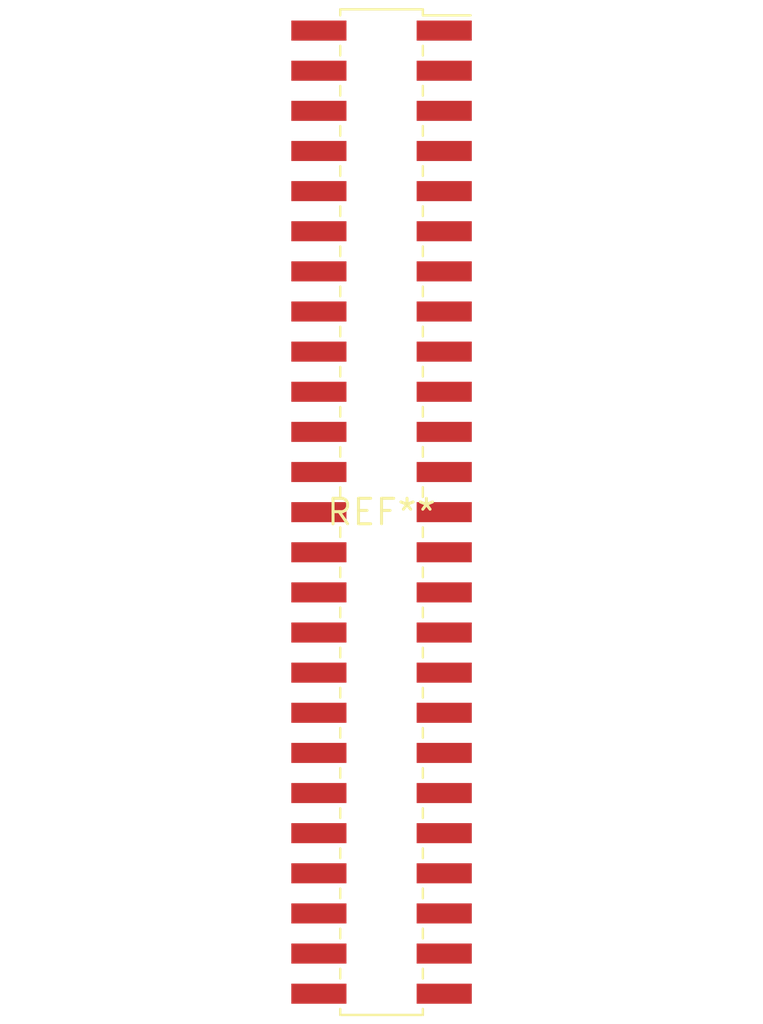
<source format=kicad_pcb>
(kicad_pcb (version 20240108) (generator pcbnew)
  (layers (0 "F.Cu" signal) (31 "B.Cu" signal) (34 "B.Paste" user) (35 "F.Paste" user) (36 "B.SilkS" user "B.Silkscreen") (37 "F.SilkS" user "F.Silkscreen") (38 "B.Mask" user) (39 "F.Mask" user) (44 "Edge.Cuts" user))
  (net 0 "")
  (footprint "PinSocket_2x25_P2.00mm_Vertical_SMD" (layer "F.Cu") (at 0 0)
    (property "Reference" "REF**")
    (property "Value" "PinSocket_2x25_P2.00mm_Vertical_SMD")
    (fp_line (start -2.06 -25.06) (end -2.06 -24.76) (layer "F.SilkS") (stroke (width 0.12)))
    (fp_line (start -2.06 -25.06) (end 2.06 -25.06) (layer "F.SilkS") (stroke (width 0.12)))
    (fp_line (start -2.06 -23.24) (end -2.06 -22.76) (layer "F.SilkS") (stroke (width 0.12)))
    (fp_line (start -2.06 -21.24) (end -2.06 -20.76) (layer "F.SilkS") (stroke (width 0.12)))
    (fp_line (start -2.06 -19.24) (end -2.06 -18.76) (layer "F.SilkS") (stroke (width 0.12)))
    (fp_line (start -2.06 -17.24) (end -2.06 -16.76) (layer "F.SilkS") (stroke (width 0.12)))
    (fp_line (start -2.06 -15.24) (end -2.06 -14.76) (layer "F.SilkS") (stroke (width 0.12)))
    (fp_line (start -2.06 -13.24) (end -2.06 -12.76) (layer "F.SilkS") (stroke (width 0.12)))
    (fp_line (start -2.06 -11.24) (end -2.06 -10.76) (layer "F.SilkS") (stroke (width 0.12)))
    (fp_line (start -2.06 -9.24) (end -2.06 -8.76) (layer "F.SilkS") (stroke (width 0.12)))
    (fp_line (start -2.06 -7.24) (end -2.06 -6.76) (layer "F.SilkS") (stroke (width 0.12)))
    (fp_line (start -2.06 -5.24) (end -2.06 -4.76) (layer "F.SilkS") (stroke (width 0.12)))
    (fp_line (start -2.06 -3.24) (end -2.06 -2.76) (layer "F.SilkS") (stroke (width 0.12)))
    (fp_line (start -2.06 -1.24) (end -2.06 -0.76) (layer "F.SilkS") (stroke (width 0.12)))
    (fp_line (start -2.06 0.76) (end -2.06 1.24) (layer "F.SilkS") (stroke (width 0.12)))
    (fp_line (start -2.06 2.76) (end -2.06 3.24) (layer "F.SilkS") (stroke (width 0.12)))
    (fp_line (start -2.06 4.76) (end -2.06 5.24) (layer "F.SilkS") (stroke (width 0.12)))
    (fp_line (start -2.06 6.76) (end -2.06 7.24) (layer "F.SilkS") (stroke (width 0.12)))
    (fp_line (start -2.06 8.76) (end -2.06 9.24) (layer "F.SilkS") (stroke (width 0.12)))
    (fp_line (start -2.06 10.76) (end -2.06 11.24) (layer "F.SilkS") (stroke (width 0.12)))
    (fp_line (start -2.06 12.76) (end -2.06 13.24) (layer "F.SilkS") (stroke (width 0.12)))
    (fp_line (start -2.06 14.76) (end -2.06 15.24) (layer "F.SilkS") (stroke (width 0.12)))
    (fp_line (start -2.06 16.76) (end -2.06 17.24) (layer "F.SilkS") (stroke (width 0.12)))
    (fp_line (start -2.06 18.76) (end -2.06 19.24) (layer "F.SilkS") (stroke (width 0.12)))
    (fp_line (start -2.06 20.76) (end -2.06 21.24) (layer "F.SilkS") (stroke (width 0.12)))
    (fp_line (start -2.06 22.76) (end -2.06 23.24) (layer "F.SilkS") (stroke (width 0.12)))
    (fp_line (start -2.06 24.76) (end -2.06 25.06) (layer "F.SilkS") (stroke (width 0.12)))
    (fp_line (start -2.06 25.06) (end 2.06 25.06) (layer "F.SilkS") (stroke (width 0.12)))
    (fp_line (start 2.06 -25.06) (end 2.06 -24.76) (layer "F.SilkS") (stroke (width 0.12)))
    (fp_line (start 2.06 -24.76) (end 4.44 -24.76) (layer "F.SilkS") (stroke (width 0.12)))
    (fp_line (start 2.06 -23.24) (end 2.06 -22.76) (layer "F.SilkS") (stroke (width 0.12)))
    (fp_line (start 2.06 -21.24) (end 2.06 -20.76) (layer "F.SilkS") (stroke (width 0.12)))
    (fp_line (start 2.06 -19.24) (end 2.06 -18.76) (layer "F.SilkS") (stroke (width 0.12)))
    (fp_line (start 2.06 -17.24) (end 2.06 -16.76) (layer "F.SilkS") (stroke (width 0.12)))
    (fp_line (start 2.06 -15.24) (end 2.06 -14.76) (layer "F.SilkS") (stroke (width 0.12)))
    (fp_line (start 2.06 -13.24) (end 2.06 -12.76) (layer "F.SilkS") (stroke (width 0.12)))
    (fp_line (start 2.06 -11.24) (end 2.06 -10.76) (layer "F.SilkS") (stroke (width 0.12)))
    (fp_line (start 2.06 -9.24) (end 2.06 -8.76) (layer "F.SilkS") (stroke (width 0.12)))
    (fp_line (start 2.06 -7.24) (end 2.06 -6.76) (layer "F.SilkS") (stroke (width 0.12)))
    (fp_line (start 2.06 -5.24) (end 2.06 -4.76) (layer "F.SilkS") (stroke (width 0.12)))
    (fp_line (start 2.06 -3.24) (end 2.06 -2.76) (layer "F.SilkS") (stroke (width 0.12)))
    (fp_line (start 2.06 -1.24) (end 2.06 -0.76) (layer "F.SilkS") (stroke (width 0.12)))
    (fp_line (start 2.06 0.76) (end 2.06 1.24) (layer "F.SilkS") (stroke (width 0.12)))
    (fp_line (start 2.06 2.76) (end 2.06 3.24) (layer "F.SilkS") (stroke (width 0.12)))
    (fp_line (start 2.06 4.76) (end 2.06 5.24) (layer "F.SilkS") (stroke (width 0.12)))
    (fp_line (start 2.06 6.76) (end 2.06 7.24) (layer "F.SilkS") (stroke (width 0.12)))
    (fp_line (start 2.06 8.76) (end 2.06 9.24) (layer "F.SilkS") (stroke (width 0.12)))
    (fp_line (start 2.06 10.76) (end 2.06 11.24) (layer "F.SilkS") (stroke (width 0.12)))
    (fp_line (start 2.06 12.76) (end 2.06 13.24) (layer "F.SilkS") (stroke (width 0.12)))
    (fp_line (start 2.06 14.76) (end 2.06 15.24) (layer "F.SilkS") (stroke (width 0.12)))
    (fp_line (start 2.06 16.76) (end 2.06 17.24) (layer "F.SilkS") (stroke (width 0.12)))
    (fp_line (start 2.06 18.76) (end 2.06 19.24) (layer "F.SilkS") (stroke (width 0.12)))
    (fp_line (start 2.06 20.76) (end 2.06 21.24) (layer "F.SilkS") (stroke (width 0.12)))
    (fp_line (start 2.06 22.76) (end 2.06 23.24) (layer "F.SilkS") (stroke (width 0.12)))
    (fp_line (start 2.06 24.76) (end 2.06 25.06) (layer "F.SilkS") (stroke (width 0.12)))
    (pad "1" smd rect (at 3.125 -24) (size 2.75 1) (layers "F.Cu" "F.Paste" "F.Mask"))
    (pad "2" smd rect (at -3.125 -24) (size 2.75 1) (layers "F.Cu" "F.Paste" "F.Mask"))
    (pad "3" smd rect (at 3.125 -22) (size 2.75 1) (layers "F.Cu" "F.Paste" "F.Mask"))
    (pad "4" smd rect (at -3.125 -22) (size 2.75 1) (layers "F.Cu" "F.Paste" "F.Mask"))
    (pad "5" smd rect (at 3.125 -20) (size 2.75 1) (layers "F.Cu" "F.Paste" "F.Mask"))
    (pad "6" smd rect (at -3.125 -20) (size 2.75 1) (layers "F.Cu" "F.Paste" "F.Mask"))
    (pad "7" smd rect (at 3.125 -18) (size 2.75 1) (layers "F.Cu" "F.Paste" "F.Mask"))
    (pad "8" smd rect (at -3.125 -18) (size 2.75 1) (layers "F.Cu" "F.Paste" "F.Mask"))
    (pad "9" smd rect (at 3.125 -16) (size 2.75 1) (layers "F.Cu" "F.Paste" "F.Mask"))
    (pad "10" smd rect (at -3.125 -16) (size 2.75 1) (layers "F.Cu" "F.Paste" "F.Mask"))
    (pad "11" smd rect (at 3.125 -14) (size 2.75 1) (layers "F.Cu" "F.Paste" "F.Mask"))
    (pad "12" smd rect (at -3.125 -14) (size 2.75 1) (layers "F.Cu" "F.Paste" "F.Mask"))
    (pad "13" smd rect (at 3.125 -12) (size 2.75 1) (layers "F.Cu" "F.Paste" "F.Mask"))
    (pad "14" smd rect (at -3.125 -12) (size 2.75 1) (layers "F.Cu" "F.Paste" "F.Mask"))
    (pad "15" smd rect (at 3.125 -10) (size 2.75 1) (layers "F.Cu" "F.Paste" "F.Mask"))
    (pad "16" smd rect (at -3.125 -10) (size 2.75 1) (layers "F.Cu" "F.Paste" "F.Mask"))
    (pad "17" smd rect (at 3.125 -8) (size 2.75 1) (layers "F.Cu" "F.Paste" "F.Mask"))
    (pad "18" smd rect (at -3.125 -8) (size 2.75 1) (layers "F.Cu" "F.Paste" "F.Mask"))
    (pad "19" smd rect (at 3.125 -6) (size 2.75 1) (layers "F.Cu" "F.Paste" "F.Mask"))
    (pad "20" smd rect (at -3.125 -6) (size 2.75 1) (layers "F.Cu" "F.Paste" "F.Mask"))
    (pad "21" smd rect (at 3.125 -4) (size 2.75 1) (layers "F.Cu" "F.Paste" "F.Mask"))
    (pad "22" smd rect (at -3.125 -4) (size 2.75 1) (layers "F.Cu" "F.Paste" "F.Mask"))
    (pad "23" smd rect (at 3.125 -2) (size 2.75 1) (layers "F.Cu" "F.Paste" "F.Mask"))
    (pad "24" smd rect (at -3.125 -2) (size 2.75 1) (layers "F.Cu" "F.Paste" "F.Mask"))
    (pad "25" smd rect (at 3.125 0) (size 2.75 1) (layers "F.Cu" "F.Paste" "F.Mask"))
    (pad "26" smd rect (at -3.125 0) (size 2.75 1) (layers "F.Cu" "F.Paste" "F.Mask"))
    (pad "27" smd rect (at 3.125 2) (size 2.75 1) (layers "F.Cu" "F.Paste" "F.Mask"))
    (pad "28" smd rect (at -3.125 2) (size 2.75 1) (layers "F.Cu" "F.Paste" "F.Mask"))
    (pad "29" smd rect (at 3.125 4) (size 2.75 1) (layers "F.Cu" "F.Paste" "F.Mask"))
    (pad "30" smd rect (at -3.125 4) (size 2.75 1) (layers "F.Cu" "F.Paste" "F.Mask"))
    (pad "31" smd rect (at 3.125 6) (size 2.75 1) (layers "F.Cu" "F.Paste" "F.Mask"))
    (pad "32" smd rect (at -3.125 6) (size 2.75 1) (layers "F.Cu" "F.Paste" "F.Mask"))
    (pad "33" smd rect (at 3.125 8) (size 2.75 1) (layers "F.Cu" "F.Paste" "F.Mask"))
    (pad "34" smd rect (at -3.125 8) (size 2.75 1) (layers "F.Cu" "F.Paste" "F.Mask"))
    (pad "35" smd rect (at 3.125 10) (size 2.75 1) (layers "F.Cu" "F.Paste" "F.Mask"))
    (pad "36" smd rect (at -3.125 10) (size 2.75 1) (layers "F.Cu" "F.Paste" "F.Mask"))
    (pad "37" smd rect (at 3.125 12) (size 2.75 1) (layers "F.Cu" "F.Paste" "F.Mask"))
    (pad "38" smd rect (at -3.125 12) (size 2.75 1) (layers "F.Cu" "F.Paste" "F.Mask"))
    (pad "39" smd rect (at 3.125 14) (size 2.75 1) (layers "F.Cu" "F.Paste" "F.Mask"))
    (pad "40" smd rect (at -3.125 14) (size 2.75 1) (layers "F.Cu" "F.Paste" "F.Mask"))
    (pad "41" smd rect (at 3.125 16) (size 2.75 1) (layers "F.Cu" "F.Paste" "F.Mask"))
    (pad "42" smd rect (at -3.125 16) (size 2.75 1) (layers "F.Cu" "F.Paste" "F.Mask"))
    (pad "43" smd rect (at 3.125 18) (size 2.75 1) (layers "F.Cu" "F.Paste" "F.Mask"))
    (pad "44" smd rect (at -3.125 18) (size 2.75 1) (layers "F.Cu" "F.Paste" "F.Mask"))
    (pad "45" smd rect (at 3.125 20) (size 2.75 1) (layers "F.Cu" "F.Paste" "F.Mask"))
    (pad "46" smd rect (at -3.125 20) (size 2.75 1) (layers "F.Cu" "F.Paste" "F.Mask"))
    (pad "47" smd rect (at 3.125 22) (size 2.75 1) (layers "F.Cu" "F.Paste" "F.Mask"))
    (pad "48" smd rect (at -3.125 22) (size 2.75 1) (layers "F.Cu" "F.Paste" "F.Mask"))
    (pad "49" smd rect (at 3.125 24) (size 2.75 1) (layers "F.Cu" "F.Paste" "F.Mask"))
    (pad "50" smd rect (at -3.125 24) (size 2.75 1) (layers "F.Cu" "F.Paste" "F.Mask"))
  )
)
</source>
